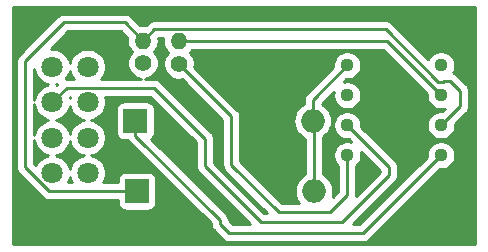
<source format=gbl>
G04 #@! TF.GenerationSoftware,KiCad,Pcbnew,(5.1.0)-1*
G04 #@! TF.CreationDate,2019-08-22T10:23:38+05:30*
G04 #@! TF.ProjectId,TSAL,5453414c-2e6b-4696-9361-645f70636258,rev?*
G04 #@! TF.SameCoordinates,Original*
G04 #@! TF.FileFunction,Copper,L2,Bot*
G04 #@! TF.FilePolarity,Positive*
%FSLAX46Y46*%
G04 Gerber Fmt 4.6, Leading zero omitted, Abs format (unit mm)*
G04 Created by KiCad (PCBNEW (5.1.0)-1) date 2019-08-22 10:23:38*
%MOMM*%
%LPD*%
G04 APERTURE LIST*
%ADD10C,1.800000*%
%ADD11O,2.000000X2.000000*%
%ADD12R,2.000000X2.000000*%
%ADD13C,1.130000*%
%ADD14O,1.400000X1.400000*%
%ADD15C,1.400000*%
%ADD16C,0.250000*%
%ADD17C,0.254000*%
G04 APERTURE END LIST*
D10*
X67564000Y-122618500D03*
X70564000Y-122618500D03*
X67564000Y-125618500D03*
X70564000Y-125618500D03*
X67564000Y-128618500D03*
X70564000Y-128618500D03*
X67564000Y-131618500D03*
X70564000Y-131618500D03*
D11*
X89612500Y-127190500D03*
D12*
X74612500Y-127190500D03*
X74739500Y-133159500D03*
D11*
X89739500Y-133159500D03*
D13*
X92550000Y-122491500D03*
X92550000Y-125031500D03*
X92550000Y-127571500D03*
X92550000Y-130111500D03*
X100490000Y-130111500D03*
X100490000Y-127571500D03*
X100490000Y-125031500D03*
X100490000Y-122491500D03*
D14*
X78295500Y-120464500D03*
D15*
X78295500Y-122364500D03*
X75247500Y-122301000D03*
D14*
X75247500Y-120401000D03*
D16*
X92550000Y-130111500D02*
X92550000Y-133446500D01*
X92550000Y-133446500D02*
X91059000Y-134937500D01*
X91059000Y-134937500D02*
X86741000Y-134937500D01*
X86741000Y-134937500D02*
X82740500Y-130937000D01*
X82740500Y-126809500D02*
X78295500Y-122364500D01*
X82740500Y-130937000D02*
X82740500Y-126809500D01*
X68789001Y-124393499D02*
X76196999Y-124393499D01*
X67564000Y-125618500D02*
X68789001Y-124393499D01*
X76196999Y-124393499D02*
X80518000Y-128714500D01*
X80518000Y-128714500D02*
X80518000Y-131064000D01*
X80518000Y-131064000D02*
X85217000Y-135763000D01*
X85217000Y-135763000D02*
X92138500Y-135763000D01*
X92138500Y-135763000D02*
X96075500Y-131826000D01*
X96075500Y-131097000D02*
X92550000Y-127571500D01*
X96075500Y-131826000D02*
X96075500Y-131097000D01*
X89612500Y-125429000D02*
X89612500Y-127190500D01*
X92550000Y-122491500D02*
X89612500Y-125429000D01*
X89739500Y-127317500D02*
X89612500Y-127190500D01*
X89739500Y-133159500D02*
X89739500Y-127317500D01*
X74612500Y-128440500D02*
X81744500Y-135572500D01*
X74612500Y-127190500D02*
X74612500Y-128440500D01*
X81744500Y-135572500D02*
X81744500Y-135910000D01*
X81744500Y-135910000D02*
X82550000Y-136715500D01*
X93886000Y-136715500D02*
X100490000Y-130111500D01*
X82550000Y-136715500D02*
X93886000Y-136715500D01*
X76209001Y-119439499D02*
X95817499Y-119439499D01*
X75247500Y-120401000D02*
X76209001Y-119439499D01*
X95817499Y-119439499D02*
X100266500Y-123888500D01*
X100664202Y-123888500D02*
X100727702Y-123825000D01*
X100266500Y-123888500D02*
X100664202Y-123888500D01*
X100727702Y-123825000D02*
X101282500Y-123825000D01*
X101282500Y-123825000D02*
X102108000Y-124650500D01*
X102108000Y-125953500D02*
X100490000Y-127571500D01*
X102108000Y-124650500D02*
X102108000Y-125953500D01*
X67291998Y-133159500D02*
X65278000Y-131145502D01*
X74739500Y-133159500D02*
X67291998Y-133159500D01*
X65278000Y-131145502D02*
X65278000Y-122174000D01*
X65278000Y-122174000D02*
X68580000Y-118872000D01*
X73718500Y-118872000D02*
X75247500Y-120401000D01*
X68580000Y-118872000D02*
X73718500Y-118872000D01*
X95923000Y-120464500D02*
X100490000Y-125031500D01*
X78295500Y-120464500D02*
X95923000Y-120464500D01*
D17*
G36*
X103378000Y-137668000D02*
G01*
X64262000Y-137668000D01*
X64262000Y-122174000D01*
X64514324Y-122174000D01*
X64518001Y-122211332D01*
X64518000Y-131108180D01*
X64514324Y-131145502D01*
X64518000Y-131182824D01*
X64518000Y-131182834D01*
X64528997Y-131294487D01*
X64572454Y-131437748D01*
X64643026Y-131569778D01*
X64682871Y-131618328D01*
X64737999Y-131685503D01*
X64767003Y-131709306D01*
X66728199Y-133670503D01*
X66751997Y-133699501D01*
X66867722Y-133794474D01*
X66999751Y-133865046D01*
X67143012Y-133908503D01*
X67254665Y-133919500D01*
X67254674Y-133919500D01*
X67291997Y-133923176D01*
X67329320Y-133919500D01*
X73101428Y-133919500D01*
X73101428Y-134159500D01*
X73113688Y-134283982D01*
X73149998Y-134403680D01*
X73208963Y-134513994D01*
X73288315Y-134610685D01*
X73385006Y-134690037D01*
X73495320Y-134749002D01*
X73615018Y-134785312D01*
X73739500Y-134797572D01*
X75739500Y-134797572D01*
X75863982Y-134785312D01*
X75983680Y-134749002D01*
X76093994Y-134690037D01*
X76190685Y-134610685D01*
X76270037Y-134513994D01*
X76329002Y-134403680D01*
X76365312Y-134283982D01*
X76377572Y-134159500D01*
X76377572Y-132159500D01*
X76365312Y-132035018D01*
X76329002Y-131915320D01*
X76270037Y-131805006D01*
X76190685Y-131708315D01*
X76093994Y-131628963D01*
X75983680Y-131569998D01*
X75863982Y-131533688D01*
X75739500Y-131521428D01*
X73739500Y-131521428D01*
X73615018Y-131533688D01*
X73495320Y-131569998D01*
X73385006Y-131628963D01*
X73288315Y-131708315D01*
X73208963Y-131805006D01*
X73149998Y-131915320D01*
X73113688Y-132035018D01*
X73101428Y-132159500D01*
X73101428Y-132399500D01*
X71888281Y-132399500D01*
X71924299Y-132345595D01*
X72040011Y-132066243D01*
X72099000Y-131769684D01*
X72099000Y-131467316D01*
X72040011Y-131170757D01*
X71924299Y-130891405D01*
X71756312Y-130639995D01*
X71542505Y-130426188D01*
X71291095Y-130258201D01*
X71011743Y-130142489D01*
X70891142Y-130118500D01*
X71011743Y-130094511D01*
X71291095Y-129978799D01*
X71542505Y-129810812D01*
X71756312Y-129597005D01*
X71924299Y-129345595D01*
X72040011Y-129066243D01*
X72099000Y-128769684D01*
X72099000Y-128467316D01*
X72040011Y-128170757D01*
X71924299Y-127891405D01*
X71756312Y-127639995D01*
X71542505Y-127426188D01*
X71291095Y-127258201D01*
X71011743Y-127142489D01*
X70891142Y-127118500D01*
X71011743Y-127094511D01*
X71291095Y-126978799D01*
X71542505Y-126810812D01*
X71756312Y-126597005D01*
X71924299Y-126345595D01*
X72040011Y-126066243D01*
X72099000Y-125769684D01*
X72099000Y-125467316D01*
X72040011Y-125170757D01*
X72032862Y-125153499D01*
X75882198Y-125153499D01*
X79758000Y-129029302D01*
X79758001Y-131026668D01*
X79754324Y-131064000D01*
X79758001Y-131101333D01*
X79768998Y-131212986D01*
X79773931Y-131229247D01*
X79812454Y-131356246D01*
X79883026Y-131488276D01*
X79932170Y-131548157D01*
X79978000Y-131604001D01*
X80006998Y-131627799D01*
X84334698Y-135955500D01*
X82864802Y-135955500D01*
X82505811Y-135596510D01*
X82508176Y-135572499D01*
X82504500Y-135535176D01*
X82504500Y-135535167D01*
X82493503Y-135423514D01*
X82450046Y-135280253D01*
X82379475Y-135148225D01*
X82379474Y-135148223D01*
X82308299Y-135061497D01*
X82284501Y-135032499D01*
X82255504Y-135008702D01*
X75967458Y-128720657D01*
X76063685Y-128641685D01*
X76143037Y-128544994D01*
X76202002Y-128434680D01*
X76238312Y-128314982D01*
X76250572Y-128190500D01*
X76250572Y-126190500D01*
X76238312Y-126066018D01*
X76202002Y-125946320D01*
X76143037Y-125836006D01*
X76063685Y-125739315D01*
X75966994Y-125659963D01*
X75856680Y-125600998D01*
X75736982Y-125564688D01*
X75612500Y-125552428D01*
X73612500Y-125552428D01*
X73488018Y-125564688D01*
X73368320Y-125600998D01*
X73258006Y-125659963D01*
X73161315Y-125739315D01*
X73081963Y-125836006D01*
X73022998Y-125946320D01*
X72986688Y-126066018D01*
X72974428Y-126190500D01*
X72974428Y-128190500D01*
X72986688Y-128314982D01*
X73022998Y-128434680D01*
X73081963Y-128544994D01*
X73161315Y-128641685D01*
X73258006Y-128721037D01*
X73368320Y-128780002D01*
X73488018Y-128816312D01*
X73612500Y-128828572D01*
X73958174Y-128828572D01*
X73977526Y-128864776D01*
X74015872Y-128911500D01*
X74072500Y-128980501D01*
X74101498Y-129004299D01*
X80983189Y-135885991D01*
X80980824Y-135910000D01*
X80984500Y-135947322D01*
X80984500Y-135947333D01*
X80995497Y-136058986D01*
X81038954Y-136202247D01*
X81109526Y-136334276D01*
X81204499Y-136450001D01*
X81233501Y-136473802D01*
X81986201Y-137226502D01*
X82009999Y-137255501D01*
X82038997Y-137279299D01*
X82125723Y-137350474D01*
X82257753Y-137421046D01*
X82401014Y-137464503D01*
X82512667Y-137475500D01*
X82512676Y-137475500D01*
X82549999Y-137479176D01*
X82587322Y-137475500D01*
X93848678Y-137475500D01*
X93886000Y-137479176D01*
X93923322Y-137475500D01*
X93923333Y-137475500D01*
X94034986Y-137464503D01*
X94178247Y-137421046D01*
X94310276Y-137350474D01*
X94426001Y-137255501D01*
X94449804Y-137226497D01*
X100365965Y-131310337D01*
X100371810Y-131311500D01*
X100608190Y-131311500D01*
X100840027Y-131265384D01*
X101058413Y-131174926D01*
X101254955Y-131043601D01*
X101422101Y-130876455D01*
X101553426Y-130679913D01*
X101643884Y-130461527D01*
X101690000Y-130229690D01*
X101690000Y-129993310D01*
X101643884Y-129761473D01*
X101553426Y-129543087D01*
X101422101Y-129346545D01*
X101254955Y-129179399D01*
X101058413Y-129048074D01*
X100840027Y-128957616D01*
X100608190Y-128911500D01*
X100371810Y-128911500D01*
X100139973Y-128957616D01*
X99921587Y-129048074D01*
X99725045Y-129179399D01*
X99557899Y-129346545D01*
X99426574Y-129543087D01*
X99336116Y-129761473D01*
X99290000Y-129993310D01*
X99290000Y-130229690D01*
X99291163Y-130235535D01*
X93571199Y-135955500D01*
X93020801Y-135955500D01*
X96586504Y-132389798D01*
X96615501Y-132366001D01*
X96710474Y-132250276D01*
X96781046Y-132118247D01*
X96824503Y-131974986D01*
X96835500Y-131863333D01*
X96835500Y-131863325D01*
X96839176Y-131826000D01*
X96835500Y-131788675D01*
X96835500Y-131134323D01*
X96839176Y-131097000D01*
X96835500Y-131059677D01*
X96835500Y-131059667D01*
X96824503Y-130948014D01*
X96781046Y-130804753D01*
X96772099Y-130788015D01*
X96710474Y-130672723D01*
X96639299Y-130585997D01*
X96615501Y-130556999D01*
X96586503Y-130533201D01*
X93748837Y-127695536D01*
X93750000Y-127689690D01*
X93750000Y-127453310D01*
X93703884Y-127221473D01*
X93613426Y-127003087D01*
X93482101Y-126806545D01*
X93314955Y-126639399D01*
X93118413Y-126508074D01*
X92900027Y-126417616D01*
X92668190Y-126371500D01*
X92431810Y-126371500D01*
X92199973Y-126417616D01*
X91981587Y-126508074D01*
X91785045Y-126639399D01*
X91617899Y-126806545D01*
X91486574Y-127003087D01*
X91396116Y-127221473D01*
X91350000Y-127453310D01*
X91350000Y-127689690D01*
X91396116Y-127921527D01*
X91486574Y-128139913D01*
X91617899Y-128336455D01*
X91785045Y-128503601D01*
X91981587Y-128634926D01*
X92199973Y-128725384D01*
X92431810Y-128771500D01*
X92668190Y-128771500D01*
X92674036Y-128770337D01*
X92851702Y-128948003D01*
X92668190Y-128911500D01*
X92431810Y-128911500D01*
X92199973Y-128957616D01*
X91981587Y-129048074D01*
X91785045Y-129179399D01*
X91617899Y-129346545D01*
X91486574Y-129543087D01*
X91396116Y-129761473D01*
X91350000Y-129993310D01*
X91350000Y-130229690D01*
X91396116Y-130461527D01*
X91486574Y-130679913D01*
X91617899Y-130876455D01*
X91785045Y-131043601D01*
X91790000Y-131046912D01*
X91790001Y-133131696D01*
X91311289Y-133610409D01*
X91350843Y-133480016D01*
X91382411Y-133159500D01*
X91350843Y-132838984D01*
X91257352Y-132530785D01*
X91105531Y-132246748D01*
X90901214Y-131997786D01*
X90652252Y-131793469D01*
X90499500Y-131711821D01*
X90499500Y-128570296D01*
X90525252Y-128556531D01*
X90774214Y-128352214D01*
X90978531Y-128103252D01*
X91130352Y-127819215D01*
X91223843Y-127511016D01*
X91255411Y-127190500D01*
X91223843Y-126869984D01*
X91130352Y-126561785D01*
X90978531Y-126277748D01*
X90774214Y-126028786D01*
X90525252Y-125824469D01*
X90373138Y-125743163D01*
X91386503Y-124729798D01*
X91350000Y-124913310D01*
X91350000Y-125149690D01*
X91396116Y-125381527D01*
X91486574Y-125599913D01*
X91617899Y-125796455D01*
X91785045Y-125963601D01*
X91981587Y-126094926D01*
X92199973Y-126185384D01*
X92431810Y-126231500D01*
X92668190Y-126231500D01*
X92900027Y-126185384D01*
X93118413Y-126094926D01*
X93314955Y-125963601D01*
X93482101Y-125796455D01*
X93613426Y-125599913D01*
X93703884Y-125381527D01*
X93750000Y-125149690D01*
X93750000Y-124913310D01*
X93703884Y-124681473D01*
X93613426Y-124463087D01*
X93482101Y-124266545D01*
X93314955Y-124099399D01*
X93118413Y-123968074D01*
X92900027Y-123877616D01*
X92668190Y-123831500D01*
X92431810Y-123831500D01*
X92248298Y-123868003D01*
X92425965Y-123690337D01*
X92431810Y-123691500D01*
X92668190Y-123691500D01*
X92900027Y-123645384D01*
X93118413Y-123554926D01*
X93314955Y-123423601D01*
X93482101Y-123256455D01*
X93613426Y-123059913D01*
X93703884Y-122841527D01*
X93750000Y-122609690D01*
X93750000Y-122373310D01*
X93703884Y-122141473D01*
X93613426Y-121923087D01*
X93482101Y-121726545D01*
X93314955Y-121559399D01*
X93118413Y-121428074D01*
X92900027Y-121337616D01*
X92668190Y-121291500D01*
X92431810Y-121291500D01*
X92199973Y-121337616D01*
X91981587Y-121428074D01*
X91785045Y-121559399D01*
X91617899Y-121726545D01*
X91486574Y-121923087D01*
X91396116Y-122141473D01*
X91350000Y-122373310D01*
X91350000Y-122609690D01*
X91351163Y-122615535D01*
X89101503Y-124865196D01*
X89072499Y-124888999D01*
X89017371Y-124956174D01*
X88977526Y-125004724D01*
X88940083Y-125074775D01*
X88906954Y-125136754D01*
X88863497Y-125280015D01*
X88852500Y-125391668D01*
X88852500Y-125391678D01*
X88848824Y-125429000D01*
X88852500Y-125466323D01*
X88852500Y-125742821D01*
X88699748Y-125824469D01*
X88450786Y-126028786D01*
X88246469Y-126277748D01*
X88094648Y-126561785D01*
X88001157Y-126869984D01*
X87969589Y-127190500D01*
X88001157Y-127511016D01*
X88094648Y-127819215D01*
X88246469Y-128103252D01*
X88450786Y-128352214D01*
X88699748Y-128556531D01*
X88979501Y-128706062D01*
X88979500Y-131711821D01*
X88826748Y-131793469D01*
X88577786Y-131997786D01*
X88373469Y-132246748D01*
X88221648Y-132530785D01*
X88128157Y-132838984D01*
X88096589Y-133159500D01*
X88128157Y-133480016D01*
X88221648Y-133788215D01*
X88373469Y-134072252D01*
X88459843Y-134177500D01*
X87055802Y-134177500D01*
X83500500Y-130622199D01*
X83500500Y-126846822D01*
X83504176Y-126809499D01*
X83500500Y-126772176D01*
X83500500Y-126772167D01*
X83489503Y-126660514D01*
X83446046Y-126517253D01*
X83375474Y-126385224D01*
X83280501Y-126269499D01*
X83251503Y-126245701D01*
X79609145Y-122603344D01*
X79630500Y-122495986D01*
X79630500Y-122233014D01*
X79579196Y-121975095D01*
X79478561Y-121732141D01*
X79332462Y-121513487D01*
X79237450Y-121418475D01*
X79244055Y-121413055D01*
X79398798Y-121224500D01*
X95608199Y-121224500D01*
X99291163Y-124907465D01*
X99290000Y-124913310D01*
X99290000Y-125149690D01*
X99336116Y-125381527D01*
X99426574Y-125599913D01*
X99557899Y-125796455D01*
X99725045Y-125963601D01*
X99921587Y-126094926D01*
X100139973Y-126185384D01*
X100371810Y-126231500D01*
X100608190Y-126231500D01*
X100791702Y-126194997D01*
X100614036Y-126372663D01*
X100608190Y-126371500D01*
X100371810Y-126371500D01*
X100139973Y-126417616D01*
X99921587Y-126508074D01*
X99725045Y-126639399D01*
X99557899Y-126806545D01*
X99426574Y-127003087D01*
X99336116Y-127221473D01*
X99290000Y-127453310D01*
X99290000Y-127689690D01*
X99336116Y-127921527D01*
X99426574Y-128139913D01*
X99557899Y-128336455D01*
X99725045Y-128503601D01*
X99921587Y-128634926D01*
X100139973Y-128725384D01*
X100371810Y-128771500D01*
X100608190Y-128771500D01*
X100840027Y-128725384D01*
X101058413Y-128634926D01*
X101254955Y-128503601D01*
X101422101Y-128336455D01*
X101553426Y-128139913D01*
X101643884Y-127921527D01*
X101690000Y-127689690D01*
X101690000Y-127453310D01*
X101688837Y-127447464D01*
X102619003Y-126517299D01*
X102648001Y-126493501D01*
X102742974Y-126377776D01*
X102813546Y-126245747D01*
X102857003Y-126102486D01*
X102868000Y-125990833D01*
X102871677Y-125953500D01*
X102868000Y-125916167D01*
X102868000Y-124687822D01*
X102871676Y-124650499D01*
X102868000Y-124613176D01*
X102868000Y-124613167D01*
X102857003Y-124501514D01*
X102813546Y-124358253D01*
X102742974Y-124226224D01*
X102648001Y-124110499D01*
X102619004Y-124086702D01*
X101846303Y-123314002D01*
X101822501Y-123284999D01*
X101706776Y-123190026D01*
X101574747Y-123119454D01*
X101523940Y-123104042D01*
X101553426Y-123059913D01*
X101643884Y-122841527D01*
X101690000Y-122609690D01*
X101690000Y-122373310D01*
X101643884Y-122141473D01*
X101553426Y-121923087D01*
X101422101Y-121726545D01*
X101254955Y-121559399D01*
X101058413Y-121428074D01*
X100840027Y-121337616D01*
X100608190Y-121291500D01*
X100371810Y-121291500D01*
X100139973Y-121337616D01*
X99921587Y-121428074D01*
X99725045Y-121559399D01*
X99557899Y-121726545D01*
X99426574Y-121923087D01*
X99411729Y-121958927D01*
X96381303Y-118928502D01*
X96357500Y-118899498D01*
X96241775Y-118804525D01*
X96109746Y-118733953D01*
X95966485Y-118690496D01*
X95854832Y-118679499D01*
X95854821Y-118679499D01*
X95817499Y-118675823D01*
X95780177Y-118679499D01*
X76246326Y-118679499D01*
X76209001Y-118675823D01*
X76171676Y-118679499D01*
X76171668Y-118679499D01*
X76060015Y-118690496D01*
X75916754Y-118733953D01*
X75784725Y-118804525D01*
X75669000Y-118899498D01*
X75645202Y-118928496D01*
X75490248Y-119083450D01*
X75313079Y-119066000D01*
X75181921Y-119066000D01*
X75004751Y-119083450D01*
X74282304Y-118361003D01*
X74258501Y-118331999D01*
X74142776Y-118237026D01*
X74010747Y-118166454D01*
X73867486Y-118122997D01*
X73755833Y-118112000D01*
X73755822Y-118112000D01*
X73718500Y-118108324D01*
X73681178Y-118112000D01*
X68617322Y-118112000D01*
X68579999Y-118108324D01*
X68542676Y-118112000D01*
X68542667Y-118112000D01*
X68431014Y-118122997D01*
X68287753Y-118166454D01*
X68155724Y-118237026D01*
X68039999Y-118331999D01*
X68016201Y-118360997D01*
X64766998Y-121610201D01*
X64738000Y-121633999D01*
X64714202Y-121662997D01*
X64714201Y-121662998D01*
X64643026Y-121749724D01*
X64572454Y-121881754D01*
X64528998Y-122025015D01*
X64514324Y-122174000D01*
X64262000Y-122174000D01*
X64262000Y-117602000D01*
X103378000Y-117602000D01*
X103378000Y-137668000D01*
X103378000Y-137668000D01*
G37*
X103378000Y-137668000D02*
X64262000Y-137668000D01*
X64262000Y-122174000D01*
X64514324Y-122174000D01*
X64518001Y-122211332D01*
X64518000Y-131108180D01*
X64514324Y-131145502D01*
X64518000Y-131182824D01*
X64518000Y-131182834D01*
X64528997Y-131294487D01*
X64572454Y-131437748D01*
X64643026Y-131569778D01*
X64682871Y-131618328D01*
X64737999Y-131685503D01*
X64767003Y-131709306D01*
X66728199Y-133670503D01*
X66751997Y-133699501D01*
X66867722Y-133794474D01*
X66999751Y-133865046D01*
X67143012Y-133908503D01*
X67254665Y-133919500D01*
X67254674Y-133919500D01*
X67291997Y-133923176D01*
X67329320Y-133919500D01*
X73101428Y-133919500D01*
X73101428Y-134159500D01*
X73113688Y-134283982D01*
X73149998Y-134403680D01*
X73208963Y-134513994D01*
X73288315Y-134610685D01*
X73385006Y-134690037D01*
X73495320Y-134749002D01*
X73615018Y-134785312D01*
X73739500Y-134797572D01*
X75739500Y-134797572D01*
X75863982Y-134785312D01*
X75983680Y-134749002D01*
X76093994Y-134690037D01*
X76190685Y-134610685D01*
X76270037Y-134513994D01*
X76329002Y-134403680D01*
X76365312Y-134283982D01*
X76377572Y-134159500D01*
X76377572Y-132159500D01*
X76365312Y-132035018D01*
X76329002Y-131915320D01*
X76270037Y-131805006D01*
X76190685Y-131708315D01*
X76093994Y-131628963D01*
X75983680Y-131569998D01*
X75863982Y-131533688D01*
X75739500Y-131521428D01*
X73739500Y-131521428D01*
X73615018Y-131533688D01*
X73495320Y-131569998D01*
X73385006Y-131628963D01*
X73288315Y-131708315D01*
X73208963Y-131805006D01*
X73149998Y-131915320D01*
X73113688Y-132035018D01*
X73101428Y-132159500D01*
X73101428Y-132399500D01*
X71888281Y-132399500D01*
X71924299Y-132345595D01*
X72040011Y-132066243D01*
X72099000Y-131769684D01*
X72099000Y-131467316D01*
X72040011Y-131170757D01*
X71924299Y-130891405D01*
X71756312Y-130639995D01*
X71542505Y-130426188D01*
X71291095Y-130258201D01*
X71011743Y-130142489D01*
X70891142Y-130118500D01*
X71011743Y-130094511D01*
X71291095Y-129978799D01*
X71542505Y-129810812D01*
X71756312Y-129597005D01*
X71924299Y-129345595D01*
X72040011Y-129066243D01*
X72099000Y-128769684D01*
X72099000Y-128467316D01*
X72040011Y-128170757D01*
X71924299Y-127891405D01*
X71756312Y-127639995D01*
X71542505Y-127426188D01*
X71291095Y-127258201D01*
X71011743Y-127142489D01*
X70891142Y-127118500D01*
X71011743Y-127094511D01*
X71291095Y-126978799D01*
X71542505Y-126810812D01*
X71756312Y-126597005D01*
X71924299Y-126345595D01*
X72040011Y-126066243D01*
X72099000Y-125769684D01*
X72099000Y-125467316D01*
X72040011Y-125170757D01*
X72032862Y-125153499D01*
X75882198Y-125153499D01*
X79758000Y-129029302D01*
X79758001Y-131026668D01*
X79754324Y-131064000D01*
X79758001Y-131101333D01*
X79768998Y-131212986D01*
X79773931Y-131229247D01*
X79812454Y-131356246D01*
X79883026Y-131488276D01*
X79932170Y-131548157D01*
X79978000Y-131604001D01*
X80006998Y-131627799D01*
X84334698Y-135955500D01*
X82864802Y-135955500D01*
X82505811Y-135596510D01*
X82508176Y-135572499D01*
X82504500Y-135535176D01*
X82504500Y-135535167D01*
X82493503Y-135423514D01*
X82450046Y-135280253D01*
X82379475Y-135148225D01*
X82379474Y-135148223D01*
X82308299Y-135061497D01*
X82284501Y-135032499D01*
X82255504Y-135008702D01*
X75967458Y-128720657D01*
X76063685Y-128641685D01*
X76143037Y-128544994D01*
X76202002Y-128434680D01*
X76238312Y-128314982D01*
X76250572Y-128190500D01*
X76250572Y-126190500D01*
X76238312Y-126066018D01*
X76202002Y-125946320D01*
X76143037Y-125836006D01*
X76063685Y-125739315D01*
X75966994Y-125659963D01*
X75856680Y-125600998D01*
X75736982Y-125564688D01*
X75612500Y-125552428D01*
X73612500Y-125552428D01*
X73488018Y-125564688D01*
X73368320Y-125600998D01*
X73258006Y-125659963D01*
X73161315Y-125739315D01*
X73081963Y-125836006D01*
X73022998Y-125946320D01*
X72986688Y-126066018D01*
X72974428Y-126190500D01*
X72974428Y-128190500D01*
X72986688Y-128314982D01*
X73022998Y-128434680D01*
X73081963Y-128544994D01*
X73161315Y-128641685D01*
X73258006Y-128721037D01*
X73368320Y-128780002D01*
X73488018Y-128816312D01*
X73612500Y-128828572D01*
X73958174Y-128828572D01*
X73977526Y-128864776D01*
X74015872Y-128911500D01*
X74072500Y-128980501D01*
X74101498Y-129004299D01*
X80983189Y-135885991D01*
X80980824Y-135910000D01*
X80984500Y-135947322D01*
X80984500Y-135947333D01*
X80995497Y-136058986D01*
X81038954Y-136202247D01*
X81109526Y-136334276D01*
X81204499Y-136450001D01*
X81233501Y-136473802D01*
X81986201Y-137226502D01*
X82009999Y-137255501D01*
X82038997Y-137279299D01*
X82125723Y-137350474D01*
X82257753Y-137421046D01*
X82401014Y-137464503D01*
X82512667Y-137475500D01*
X82512676Y-137475500D01*
X82549999Y-137479176D01*
X82587322Y-137475500D01*
X93848678Y-137475500D01*
X93886000Y-137479176D01*
X93923322Y-137475500D01*
X93923333Y-137475500D01*
X94034986Y-137464503D01*
X94178247Y-137421046D01*
X94310276Y-137350474D01*
X94426001Y-137255501D01*
X94449804Y-137226497D01*
X100365965Y-131310337D01*
X100371810Y-131311500D01*
X100608190Y-131311500D01*
X100840027Y-131265384D01*
X101058413Y-131174926D01*
X101254955Y-131043601D01*
X101422101Y-130876455D01*
X101553426Y-130679913D01*
X101643884Y-130461527D01*
X101690000Y-130229690D01*
X101690000Y-129993310D01*
X101643884Y-129761473D01*
X101553426Y-129543087D01*
X101422101Y-129346545D01*
X101254955Y-129179399D01*
X101058413Y-129048074D01*
X100840027Y-128957616D01*
X100608190Y-128911500D01*
X100371810Y-128911500D01*
X100139973Y-128957616D01*
X99921587Y-129048074D01*
X99725045Y-129179399D01*
X99557899Y-129346545D01*
X99426574Y-129543087D01*
X99336116Y-129761473D01*
X99290000Y-129993310D01*
X99290000Y-130229690D01*
X99291163Y-130235535D01*
X93571199Y-135955500D01*
X93020801Y-135955500D01*
X96586504Y-132389798D01*
X96615501Y-132366001D01*
X96710474Y-132250276D01*
X96781046Y-132118247D01*
X96824503Y-131974986D01*
X96835500Y-131863333D01*
X96835500Y-131863325D01*
X96839176Y-131826000D01*
X96835500Y-131788675D01*
X96835500Y-131134323D01*
X96839176Y-131097000D01*
X96835500Y-131059677D01*
X96835500Y-131059667D01*
X96824503Y-130948014D01*
X96781046Y-130804753D01*
X96772099Y-130788015D01*
X96710474Y-130672723D01*
X96639299Y-130585997D01*
X96615501Y-130556999D01*
X96586503Y-130533201D01*
X93748837Y-127695536D01*
X93750000Y-127689690D01*
X93750000Y-127453310D01*
X93703884Y-127221473D01*
X93613426Y-127003087D01*
X93482101Y-126806545D01*
X93314955Y-126639399D01*
X93118413Y-126508074D01*
X92900027Y-126417616D01*
X92668190Y-126371500D01*
X92431810Y-126371500D01*
X92199973Y-126417616D01*
X91981587Y-126508074D01*
X91785045Y-126639399D01*
X91617899Y-126806545D01*
X91486574Y-127003087D01*
X91396116Y-127221473D01*
X91350000Y-127453310D01*
X91350000Y-127689690D01*
X91396116Y-127921527D01*
X91486574Y-128139913D01*
X91617899Y-128336455D01*
X91785045Y-128503601D01*
X91981587Y-128634926D01*
X92199973Y-128725384D01*
X92431810Y-128771500D01*
X92668190Y-128771500D01*
X92674036Y-128770337D01*
X92851702Y-128948003D01*
X92668190Y-128911500D01*
X92431810Y-128911500D01*
X92199973Y-128957616D01*
X91981587Y-129048074D01*
X91785045Y-129179399D01*
X91617899Y-129346545D01*
X91486574Y-129543087D01*
X91396116Y-129761473D01*
X91350000Y-129993310D01*
X91350000Y-130229690D01*
X91396116Y-130461527D01*
X91486574Y-130679913D01*
X91617899Y-130876455D01*
X91785045Y-131043601D01*
X91790000Y-131046912D01*
X91790001Y-133131696D01*
X91311289Y-133610409D01*
X91350843Y-133480016D01*
X91382411Y-133159500D01*
X91350843Y-132838984D01*
X91257352Y-132530785D01*
X91105531Y-132246748D01*
X90901214Y-131997786D01*
X90652252Y-131793469D01*
X90499500Y-131711821D01*
X90499500Y-128570296D01*
X90525252Y-128556531D01*
X90774214Y-128352214D01*
X90978531Y-128103252D01*
X91130352Y-127819215D01*
X91223843Y-127511016D01*
X91255411Y-127190500D01*
X91223843Y-126869984D01*
X91130352Y-126561785D01*
X90978531Y-126277748D01*
X90774214Y-126028786D01*
X90525252Y-125824469D01*
X90373138Y-125743163D01*
X91386503Y-124729798D01*
X91350000Y-124913310D01*
X91350000Y-125149690D01*
X91396116Y-125381527D01*
X91486574Y-125599913D01*
X91617899Y-125796455D01*
X91785045Y-125963601D01*
X91981587Y-126094926D01*
X92199973Y-126185384D01*
X92431810Y-126231500D01*
X92668190Y-126231500D01*
X92900027Y-126185384D01*
X93118413Y-126094926D01*
X93314955Y-125963601D01*
X93482101Y-125796455D01*
X93613426Y-125599913D01*
X93703884Y-125381527D01*
X93750000Y-125149690D01*
X93750000Y-124913310D01*
X93703884Y-124681473D01*
X93613426Y-124463087D01*
X93482101Y-124266545D01*
X93314955Y-124099399D01*
X93118413Y-123968074D01*
X92900027Y-123877616D01*
X92668190Y-123831500D01*
X92431810Y-123831500D01*
X92248298Y-123868003D01*
X92425965Y-123690337D01*
X92431810Y-123691500D01*
X92668190Y-123691500D01*
X92900027Y-123645384D01*
X93118413Y-123554926D01*
X93314955Y-123423601D01*
X93482101Y-123256455D01*
X93613426Y-123059913D01*
X93703884Y-122841527D01*
X93750000Y-122609690D01*
X93750000Y-122373310D01*
X93703884Y-122141473D01*
X93613426Y-121923087D01*
X93482101Y-121726545D01*
X93314955Y-121559399D01*
X93118413Y-121428074D01*
X92900027Y-121337616D01*
X92668190Y-121291500D01*
X92431810Y-121291500D01*
X92199973Y-121337616D01*
X91981587Y-121428074D01*
X91785045Y-121559399D01*
X91617899Y-121726545D01*
X91486574Y-121923087D01*
X91396116Y-122141473D01*
X91350000Y-122373310D01*
X91350000Y-122609690D01*
X91351163Y-122615535D01*
X89101503Y-124865196D01*
X89072499Y-124888999D01*
X89017371Y-124956174D01*
X88977526Y-125004724D01*
X88940083Y-125074775D01*
X88906954Y-125136754D01*
X88863497Y-125280015D01*
X88852500Y-125391668D01*
X88852500Y-125391678D01*
X88848824Y-125429000D01*
X88852500Y-125466323D01*
X88852500Y-125742821D01*
X88699748Y-125824469D01*
X88450786Y-126028786D01*
X88246469Y-126277748D01*
X88094648Y-126561785D01*
X88001157Y-126869984D01*
X87969589Y-127190500D01*
X88001157Y-127511016D01*
X88094648Y-127819215D01*
X88246469Y-128103252D01*
X88450786Y-128352214D01*
X88699748Y-128556531D01*
X88979501Y-128706062D01*
X88979500Y-131711821D01*
X88826748Y-131793469D01*
X88577786Y-131997786D01*
X88373469Y-132246748D01*
X88221648Y-132530785D01*
X88128157Y-132838984D01*
X88096589Y-133159500D01*
X88128157Y-133480016D01*
X88221648Y-133788215D01*
X88373469Y-134072252D01*
X88459843Y-134177500D01*
X87055802Y-134177500D01*
X83500500Y-130622199D01*
X83500500Y-126846822D01*
X83504176Y-126809499D01*
X83500500Y-126772176D01*
X83500500Y-126772167D01*
X83489503Y-126660514D01*
X83446046Y-126517253D01*
X83375474Y-126385224D01*
X83280501Y-126269499D01*
X83251503Y-126245701D01*
X79609145Y-122603344D01*
X79630500Y-122495986D01*
X79630500Y-122233014D01*
X79579196Y-121975095D01*
X79478561Y-121732141D01*
X79332462Y-121513487D01*
X79237450Y-121418475D01*
X79244055Y-121413055D01*
X79398798Y-121224500D01*
X95608199Y-121224500D01*
X99291163Y-124907465D01*
X99290000Y-124913310D01*
X99290000Y-125149690D01*
X99336116Y-125381527D01*
X99426574Y-125599913D01*
X99557899Y-125796455D01*
X99725045Y-125963601D01*
X99921587Y-126094926D01*
X100139973Y-126185384D01*
X100371810Y-126231500D01*
X100608190Y-126231500D01*
X100791702Y-126194997D01*
X100614036Y-126372663D01*
X100608190Y-126371500D01*
X100371810Y-126371500D01*
X100139973Y-126417616D01*
X99921587Y-126508074D01*
X99725045Y-126639399D01*
X99557899Y-126806545D01*
X99426574Y-127003087D01*
X99336116Y-127221473D01*
X99290000Y-127453310D01*
X99290000Y-127689690D01*
X99336116Y-127921527D01*
X99426574Y-128139913D01*
X99557899Y-128336455D01*
X99725045Y-128503601D01*
X99921587Y-128634926D01*
X100139973Y-128725384D01*
X100371810Y-128771500D01*
X100608190Y-128771500D01*
X100840027Y-128725384D01*
X101058413Y-128634926D01*
X101254955Y-128503601D01*
X101422101Y-128336455D01*
X101553426Y-128139913D01*
X101643884Y-127921527D01*
X101690000Y-127689690D01*
X101690000Y-127453310D01*
X101688837Y-127447464D01*
X102619003Y-126517299D01*
X102648001Y-126493501D01*
X102742974Y-126377776D01*
X102813546Y-126245747D01*
X102857003Y-126102486D01*
X102868000Y-125990833D01*
X102871677Y-125953500D01*
X102868000Y-125916167D01*
X102868000Y-124687822D01*
X102871676Y-124650499D01*
X102868000Y-124613176D01*
X102868000Y-124613167D01*
X102857003Y-124501514D01*
X102813546Y-124358253D01*
X102742974Y-124226224D01*
X102648001Y-124110499D01*
X102619004Y-124086702D01*
X101846303Y-123314002D01*
X101822501Y-123284999D01*
X101706776Y-123190026D01*
X101574747Y-123119454D01*
X101523940Y-123104042D01*
X101553426Y-123059913D01*
X101643884Y-122841527D01*
X101690000Y-122609690D01*
X101690000Y-122373310D01*
X101643884Y-122141473D01*
X101553426Y-121923087D01*
X101422101Y-121726545D01*
X101254955Y-121559399D01*
X101058413Y-121428074D01*
X100840027Y-121337616D01*
X100608190Y-121291500D01*
X100371810Y-121291500D01*
X100139973Y-121337616D01*
X99921587Y-121428074D01*
X99725045Y-121559399D01*
X99557899Y-121726545D01*
X99426574Y-121923087D01*
X99411729Y-121958927D01*
X96381303Y-118928502D01*
X96357500Y-118899498D01*
X96241775Y-118804525D01*
X96109746Y-118733953D01*
X95966485Y-118690496D01*
X95854832Y-118679499D01*
X95854821Y-118679499D01*
X95817499Y-118675823D01*
X95780177Y-118679499D01*
X76246326Y-118679499D01*
X76209001Y-118675823D01*
X76171676Y-118679499D01*
X76171668Y-118679499D01*
X76060015Y-118690496D01*
X75916754Y-118733953D01*
X75784725Y-118804525D01*
X75669000Y-118899498D01*
X75645202Y-118928496D01*
X75490248Y-119083450D01*
X75313079Y-119066000D01*
X75181921Y-119066000D01*
X75004751Y-119083450D01*
X74282304Y-118361003D01*
X74258501Y-118331999D01*
X74142776Y-118237026D01*
X74010747Y-118166454D01*
X73867486Y-118122997D01*
X73755833Y-118112000D01*
X73755822Y-118112000D01*
X73718500Y-118108324D01*
X73681178Y-118112000D01*
X68617322Y-118112000D01*
X68579999Y-118108324D01*
X68542676Y-118112000D01*
X68542667Y-118112000D01*
X68431014Y-118122997D01*
X68287753Y-118166454D01*
X68155724Y-118237026D01*
X68039999Y-118331999D01*
X68016201Y-118360997D01*
X64766998Y-121610201D01*
X64738000Y-121633999D01*
X64714202Y-121662997D01*
X64714201Y-121662998D01*
X64643026Y-121749724D01*
X64572454Y-121881754D01*
X64528998Y-122025015D01*
X64514324Y-122174000D01*
X64262000Y-122174000D01*
X64262000Y-117602000D01*
X103378000Y-117602000D01*
X103378000Y-137668000D01*
G36*
X76979817Y-120202794D02*
G01*
X76954041Y-120464500D01*
X76979817Y-120726206D01*
X77056153Y-120977854D01*
X77180118Y-121209775D01*
X77346945Y-121413055D01*
X77353550Y-121418475D01*
X77258538Y-121513487D01*
X77112439Y-121732141D01*
X77011804Y-121975095D01*
X76960500Y-122233014D01*
X76960500Y-122495986D01*
X77011804Y-122753905D01*
X77112439Y-122996859D01*
X77258538Y-123215513D01*
X77444487Y-123401462D01*
X77663141Y-123547561D01*
X77906095Y-123648196D01*
X78164014Y-123699500D01*
X78426986Y-123699500D01*
X78534344Y-123678145D01*
X81980501Y-127124303D01*
X81980500Y-130899677D01*
X81976824Y-130937000D01*
X81980500Y-130974322D01*
X81980500Y-130974332D01*
X81991497Y-131085985D01*
X82030021Y-131212985D01*
X82034954Y-131229246D01*
X82105526Y-131361276D01*
X82128481Y-131389246D01*
X82200499Y-131477001D01*
X82229503Y-131500804D01*
X85731698Y-135003000D01*
X85531802Y-135003000D01*
X81278000Y-130749199D01*
X81278000Y-128751822D01*
X81281676Y-128714499D01*
X81278000Y-128677176D01*
X81278000Y-128677167D01*
X81267003Y-128565514D01*
X81223546Y-128422253D01*
X81152974Y-128290224D01*
X81058001Y-128174499D01*
X81029004Y-128150702D01*
X76760803Y-123882502D01*
X76737000Y-123853498D01*
X76621275Y-123758525D01*
X76489246Y-123687953D01*
X76345985Y-123644496D01*
X76234332Y-123633499D01*
X76234321Y-123633499D01*
X76196999Y-123629823D01*
X76159677Y-123633499D01*
X75391559Y-123633499D01*
X75636905Y-123584696D01*
X75879859Y-123484061D01*
X76098513Y-123337962D01*
X76284462Y-123152013D01*
X76430561Y-122933359D01*
X76531196Y-122690405D01*
X76582500Y-122432486D01*
X76582500Y-122169514D01*
X76531196Y-121911595D01*
X76430561Y-121668641D01*
X76284462Y-121449987D01*
X76189450Y-121354975D01*
X76196055Y-121349555D01*
X76362882Y-121146275D01*
X76486847Y-120914354D01*
X76563183Y-120662706D01*
X76588959Y-120401000D01*
X76569113Y-120199499D01*
X76980817Y-120199499D01*
X76979817Y-120202794D01*
X76979817Y-120202794D01*
G37*
X76979817Y-120202794D02*
X76954041Y-120464500D01*
X76979817Y-120726206D01*
X77056153Y-120977854D01*
X77180118Y-121209775D01*
X77346945Y-121413055D01*
X77353550Y-121418475D01*
X77258538Y-121513487D01*
X77112439Y-121732141D01*
X77011804Y-121975095D01*
X76960500Y-122233014D01*
X76960500Y-122495986D01*
X77011804Y-122753905D01*
X77112439Y-122996859D01*
X77258538Y-123215513D01*
X77444487Y-123401462D01*
X77663141Y-123547561D01*
X77906095Y-123648196D01*
X78164014Y-123699500D01*
X78426986Y-123699500D01*
X78534344Y-123678145D01*
X81980501Y-127124303D01*
X81980500Y-130899677D01*
X81976824Y-130937000D01*
X81980500Y-130974322D01*
X81980500Y-130974332D01*
X81991497Y-131085985D01*
X82030021Y-131212985D01*
X82034954Y-131229246D01*
X82105526Y-131361276D01*
X82128481Y-131389246D01*
X82200499Y-131477001D01*
X82229503Y-131500804D01*
X85731698Y-135003000D01*
X85531802Y-135003000D01*
X81278000Y-130749199D01*
X81278000Y-128751822D01*
X81281676Y-128714499D01*
X81278000Y-128677176D01*
X81278000Y-128677167D01*
X81267003Y-128565514D01*
X81223546Y-128422253D01*
X81152974Y-128290224D01*
X81058001Y-128174499D01*
X81029004Y-128150702D01*
X76760803Y-123882502D01*
X76737000Y-123853498D01*
X76621275Y-123758525D01*
X76489246Y-123687953D01*
X76345985Y-123644496D01*
X76234332Y-123633499D01*
X76234321Y-123633499D01*
X76196999Y-123629823D01*
X76159677Y-123633499D01*
X75391559Y-123633499D01*
X75636905Y-123584696D01*
X75879859Y-123484061D01*
X76098513Y-123337962D01*
X76284462Y-123152013D01*
X76430561Y-122933359D01*
X76531196Y-122690405D01*
X76582500Y-122432486D01*
X76582500Y-122169514D01*
X76531196Y-121911595D01*
X76430561Y-121668641D01*
X76284462Y-121449987D01*
X76189450Y-121354975D01*
X76196055Y-121349555D01*
X76362882Y-121146275D01*
X76486847Y-120914354D01*
X76563183Y-120662706D01*
X76588959Y-120401000D01*
X76569113Y-120199499D01*
X76980817Y-120199499D01*
X76979817Y-120202794D01*
G36*
X95315500Y-131411802D02*
G01*
X95315500Y-131511198D01*
X93306409Y-133520289D01*
X93310000Y-133483833D01*
X93310000Y-133483824D01*
X93313676Y-133446501D01*
X93310000Y-133409178D01*
X93310000Y-131046912D01*
X93314955Y-131043601D01*
X93482101Y-130876455D01*
X93613426Y-130679913D01*
X93703884Y-130461527D01*
X93750000Y-130229690D01*
X93750000Y-129993310D01*
X93713497Y-129809798D01*
X95315500Y-131411802D01*
X95315500Y-131411802D01*
G37*
X95315500Y-131411802D02*
X95315500Y-131511198D01*
X93306409Y-133520289D01*
X93310000Y-133483833D01*
X93310000Y-133483824D01*
X93313676Y-133446501D01*
X93310000Y-133409178D01*
X93310000Y-131046912D01*
X93314955Y-131043601D01*
X93482101Y-130876455D01*
X93613426Y-130679913D01*
X93703884Y-130461527D01*
X93750000Y-130229690D01*
X93750000Y-129993310D01*
X93713497Y-129809798D01*
X95315500Y-131411802D01*
G36*
X69087989Y-132066243D02*
G01*
X69203701Y-132345595D01*
X69239719Y-132399500D01*
X68888281Y-132399500D01*
X68924299Y-132345595D01*
X69040011Y-132066243D01*
X69064000Y-131945642D01*
X69087989Y-132066243D01*
X69087989Y-132066243D01*
G37*
X69087989Y-132066243D02*
X69203701Y-132345595D01*
X69239719Y-132399500D01*
X68888281Y-132399500D01*
X68924299Y-132345595D01*
X69040011Y-132066243D01*
X69064000Y-131945642D01*
X69087989Y-132066243D01*
G36*
X69087989Y-129066243D02*
G01*
X69203701Y-129345595D01*
X69371688Y-129597005D01*
X69585495Y-129810812D01*
X69836905Y-129978799D01*
X70116257Y-130094511D01*
X70236858Y-130118500D01*
X70116257Y-130142489D01*
X69836905Y-130258201D01*
X69585495Y-130426188D01*
X69371688Y-130639995D01*
X69203701Y-130891405D01*
X69087989Y-131170757D01*
X69064000Y-131291358D01*
X69040011Y-131170757D01*
X68924299Y-130891405D01*
X68756312Y-130639995D01*
X68542505Y-130426188D01*
X68291095Y-130258201D01*
X68011743Y-130142489D01*
X67891142Y-130118500D01*
X68011743Y-130094511D01*
X68291095Y-129978799D01*
X68542505Y-129810812D01*
X68756312Y-129597005D01*
X68924299Y-129345595D01*
X69040011Y-129066243D01*
X69064000Y-128945642D01*
X69087989Y-129066243D01*
X69087989Y-129066243D01*
G37*
X69087989Y-129066243D02*
X69203701Y-129345595D01*
X69371688Y-129597005D01*
X69585495Y-129810812D01*
X69836905Y-129978799D01*
X70116257Y-130094511D01*
X70236858Y-130118500D01*
X70116257Y-130142489D01*
X69836905Y-130258201D01*
X69585495Y-130426188D01*
X69371688Y-130639995D01*
X69203701Y-130891405D01*
X69087989Y-131170757D01*
X69064000Y-131291358D01*
X69040011Y-131170757D01*
X68924299Y-130891405D01*
X68756312Y-130639995D01*
X68542505Y-130426188D01*
X68291095Y-130258201D01*
X68011743Y-130142489D01*
X67891142Y-130118500D01*
X68011743Y-130094511D01*
X68291095Y-129978799D01*
X68542505Y-129810812D01*
X68756312Y-129597005D01*
X68924299Y-129345595D01*
X69040011Y-129066243D01*
X69064000Y-128945642D01*
X69087989Y-129066243D01*
G36*
X66087989Y-129066243D02*
G01*
X66203701Y-129345595D01*
X66371688Y-129597005D01*
X66585495Y-129810812D01*
X66836905Y-129978799D01*
X67116257Y-130094511D01*
X67236858Y-130118500D01*
X67116257Y-130142489D01*
X66836905Y-130258201D01*
X66585495Y-130426188D01*
X66371688Y-130639995D01*
X66203701Y-130891405D01*
X66172948Y-130965649D01*
X66038000Y-130830701D01*
X66038000Y-128814930D01*
X66087989Y-129066243D01*
X66087989Y-129066243D01*
G37*
X66087989Y-129066243D02*
X66203701Y-129345595D01*
X66371688Y-129597005D01*
X66585495Y-129810812D01*
X66836905Y-129978799D01*
X67116257Y-130094511D01*
X67236858Y-130118500D01*
X67116257Y-130142489D01*
X66836905Y-130258201D01*
X66585495Y-130426188D01*
X66371688Y-130639995D01*
X66203701Y-130891405D01*
X66172948Y-130965649D01*
X66038000Y-130830701D01*
X66038000Y-128814930D01*
X66087989Y-129066243D01*
G36*
X66087989Y-126066243D02*
G01*
X66203701Y-126345595D01*
X66371688Y-126597005D01*
X66585495Y-126810812D01*
X66836905Y-126978799D01*
X67116257Y-127094511D01*
X67236858Y-127118500D01*
X67116257Y-127142489D01*
X66836905Y-127258201D01*
X66585495Y-127426188D01*
X66371688Y-127639995D01*
X66203701Y-127891405D01*
X66087989Y-128170757D01*
X66038000Y-128422070D01*
X66038000Y-125814930D01*
X66087989Y-126066243D01*
X66087989Y-126066243D01*
G37*
X66087989Y-126066243D02*
X66203701Y-126345595D01*
X66371688Y-126597005D01*
X66585495Y-126810812D01*
X66836905Y-126978799D01*
X67116257Y-127094511D01*
X67236858Y-127118500D01*
X67116257Y-127142489D01*
X66836905Y-127258201D01*
X66585495Y-127426188D01*
X66371688Y-127639995D01*
X66203701Y-127891405D01*
X66087989Y-128170757D01*
X66038000Y-128422070D01*
X66038000Y-125814930D01*
X66087989Y-126066243D01*
G36*
X69087989Y-126066243D02*
G01*
X69203701Y-126345595D01*
X69371688Y-126597005D01*
X69585495Y-126810812D01*
X69836905Y-126978799D01*
X70116257Y-127094511D01*
X70236858Y-127118500D01*
X70116257Y-127142489D01*
X69836905Y-127258201D01*
X69585495Y-127426188D01*
X69371688Y-127639995D01*
X69203701Y-127891405D01*
X69087989Y-128170757D01*
X69064000Y-128291358D01*
X69040011Y-128170757D01*
X68924299Y-127891405D01*
X68756312Y-127639995D01*
X68542505Y-127426188D01*
X68291095Y-127258201D01*
X68011743Y-127142489D01*
X67891142Y-127118500D01*
X68011743Y-127094511D01*
X68291095Y-126978799D01*
X68542505Y-126810812D01*
X68756312Y-126597005D01*
X68924299Y-126345595D01*
X69040011Y-126066243D01*
X69064000Y-125945642D01*
X69087989Y-126066243D01*
X69087989Y-126066243D01*
G37*
X69087989Y-126066243D02*
X69203701Y-126345595D01*
X69371688Y-126597005D01*
X69585495Y-126810812D01*
X69836905Y-126978799D01*
X70116257Y-127094511D01*
X70236858Y-127118500D01*
X70116257Y-127142489D01*
X69836905Y-127258201D01*
X69585495Y-127426188D01*
X69371688Y-127639995D01*
X69203701Y-127891405D01*
X69087989Y-128170757D01*
X69064000Y-128291358D01*
X69040011Y-128170757D01*
X68924299Y-127891405D01*
X68756312Y-127639995D01*
X68542505Y-127426188D01*
X68291095Y-127258201D01*
X68011743Y-127142489D01*
X67891142Y-127118500D01*
X68011743Y-127094511D01*
X68291095Y-126978799D01*
X68542505Y-126810812D01*
X68756312Y-126597005D01*
X68924299Y-126345595D01*
X69040011Y-126066243D01*
X69064000Y-125945642D01*
X69087989Y-126066243D01*
G36*
X66087989Y-123066243D02*
G01*
X66203701Y-123345595D01*
X66371688Y-123597005D01*
X66585495Y-123810812D01*
X66836905Y-123978799D01*
X67116257Y-124094511D01*
X67236858Y-124118500D01*
X67116257Y-124142489D01*
X66836905Y-124258201D01*
X66585495Y-124426188D01*
X66371688Y-124639995D01*
X66203701Y-124891405D01*
X66087989Y-125170757D01*
X66038000Y-125422070D01*
X66038000Y-122814930D01*
X66087989Y-123066243D01*
X66087989Y-123066243D01*
G37*
X66087989Y-123066243D02*
X66203701Y-123345595D01*
X66371688Y-123597005D01*
X66585495Y-123810812D01*
X66836905Y-123978799D01*
X67116257Y-124094511D01*
X67236858Y-124118500D01*
X67116257Y-124142489D01*
X66836905Y-124258201D01*
X66585495Y-124426188D01*
X66371688Y-124639995D01*
X66203701Y-124891405D01*
X66087989Y-125170757D01*
X66038000Y-125422070D01*
X66038000Y-122814930D01*
X66087989Y-123066243D01*
G36*
X69087989Y-125170757D02*
G01*
X69064000Y-125291358D01*
X69047731Y-125209570D01*
X69089010Y-125168292D01*
X69087989Y-125170757D01*
X69087989Y-125170757D01*
G37*
X69087989Y-125170757D02*
X69064000Y-125291358D01*
X69047731Y-125209570D01*
X69089010Y-125168292D01*
X69087989Y-125170757D01*
G36*
X67972930Y-124134769D02*
G01*
X67891142Y-124118500D01*
X68011743Y-124094511D01*
X68014208Y-124093490D01*
X67972930Y-124134769D01*
X67972930Y-124134769D01*
G37*
X67972930Y-124134769D02*
X67891142Y-124118500D01*
X68011743Y-124094511D01*
X68014208Y-124093490D01*
X67972930Y-124134769D01*
G36*
X69087989Y-123066243D02*
G01*
X69203701Y-123345595D01*
X69371688Y-123597005D01*
X69408182Y-123633499D01*
X68826323Y-123633499D01*
X68789000Y-123629823D01*
X68751677Y-123633499D01*
X68751668Y-123633499D01*
X68716338Y-123636979D01*
X68756312Y-123597005D01*
X68924299Y-123345595D01*
X69040011Y-123066243D01*
X69064000Y-122945642D01*
X69087989Y-123066243D01*
X69087989Y-123066243D01*
G37*
X69087989Y-123066243D02*
X69203701Y-123345595D01*
X69371688Y-123597005D01*
X69408182Y-123633499D01*
X68826323Y-123633499D01*
X68789000Y-123629823D01*
X68751677Y-123633499D01*
X68751668Y-123633499D01*
X68716338Y-123636979D01*
X68756312Y-123597005D01*
X68924299Y-123345595D01*
X69040011Y-123066243D01*
X69064000Y-122945642D01*
X69087989Y-123066243D01*
G36*
X73929950Y-120158251D02*
G01*
X73906041Y-120401000D01*
X73931817Y-120662706D01*
X74008153Y-120914354D01*
X74132118Y-121146275D01*
X74298945Y-121349555D01*
X74305550Y-121354975D01*
X74210538Y-121449987D01*
X74064439Y-121668641D01*
X73963804Y-121911595D01*
X73912500Y-122169514D01*
X73912500Y-122432486D01*
X73963804Y-122690405D01*
X74064439Y-122933359D01*
X74210538Y-123152013D01*
X74396487Y-123337962D01*
X74615141Y-123484061D01*
X74858095Y-123584696D01*
X75103441Y-123633499D01*
X71719818Y-123633499D01*
X71756312Y-123597005D01*
X71924299Y-123345595D01*
X72040011Y-123066243D01*
X72099000Y-122769684D01*
X72099000Y-122467316D01*
X72040011Y-122170757D01*
X71924299Y-121891405D01*
X71756312Y-121639995D01*
X71542505Y-121426188D01*
X71291095Y-121258201D01*
X71011743Y-121142489D01*
X70715184Y-121083500D01*
X70412816Y-121083500D01*
X70116257Y-121142489D01*
X69836905Y-121258201D01*
X69585495Y-121426188D01*
X69371688Y-121639995D01*
X69203701Y-121891405D01*
X69087989Y-122170757D01*
X69064000Y-122291358D01*
X69040011Y-122170757D01*
X68924299Y-121891405D01*
X68756312Y-121639995D01*
X68542505Y-121426188D01*
X68291095Y-121258201D01*
X68011743Y-121142489D01*
X67715184Y-121083500D01*
X67443301Y-121083500D01*
X68894802Y-119632000D01*
X73403699Y-119632000D01*
X73929950Y-120158251D01*
X73929950Y-120158251D01*
G37*
X73929950Y-120158251D02*
X73906041Y-120401000D01*
X73931817Y-120662706D01*
X74008153Y-120914354D01*
X74132118Y-121146275D01*
X74298945Y-121349555D01*
X74305550Y-121354975D01*
X74210538Y-121449987D01*
X74064439Y-121668641D01*
X73963804Y-121911595D01*
X73912500Y-122169514D01*
X73912500Y-122432486D01*
X73963804Y-122690405D01*
X74064439Y-122933359D01*
X74210538Y-123152013D01*
X74396487Y-123337962D01*
X74615141Y-123484061D01*
X74858095Y-123584696D01*
X75103441Y-123633499D01*
X71719818Y-123633499D01*
X71756312Y-123597005D01*
X71924299Y-123345595D01*
X72040011Y-123066243D01*
X72099000Y-122769684D01*
X72099000Y-122467316D01*
X72040011Y-122170757D01*
X71924299Y-121891405D01*
X71756312Y-121639995D01*
X71542505Y-121426188D01*
X71291095Y-121258201D01*
X71011743Y-121142489D01*
X70715184Y-121083500D01*
X70412816Y-121083500D01*
X70116257Y-121142489D01*
X69836905Y-121258201D01*
X69585495Y-121426188D01*
X69371688Y-121639995D01*
X69203701Y-121891405D01*
X69087989Y-122170757D01*
X69064000Y-122291358D01*
X69040011Y-122170757D01*
X68924299Y-121891405D01*
X68756312Y-121639995D01*
X68542505Y-121426188D01*
X68291095Y-121258201D01*
X68011743Y-121142489D01*
X67715184Y-121083500D01*
X67443301Y-121083500D01*
X68894802Y-119632000D01*
X73403699Y-119632000D01*
X73929950Y-120158251D01*
M02*

</source>
